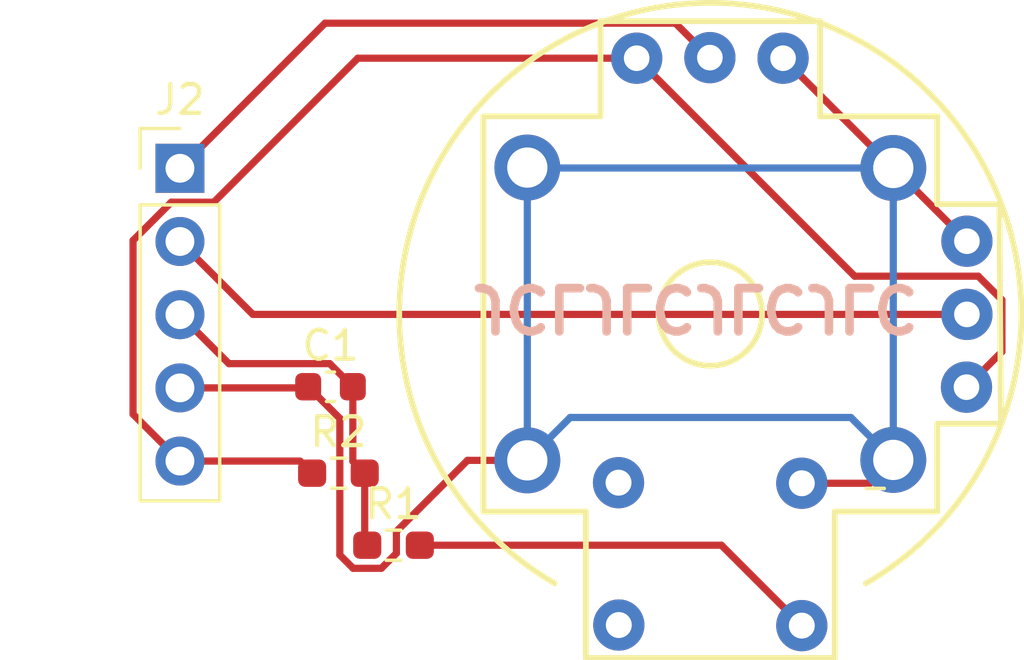
<source format=kicad_pcb>
(kicad_pcb (version 20241229) (generator "pcbnew") (generator_version "9.0")
  (layers (0 "F.Cu" signal) (2 "B.Cu" signal) (13 "F.Paste" user) (15 "B.Paste" user) (5 "F.SilkS" user "F.Silkscreen") (7 "B.SilkS" user "B.Silkscreen") (1 "F.Mask" user) (3 "B.Mask" user) (25 "Edge.Cuts" user))
  (net 0 "")
  (net 1 "Net-(J2-Pin_1)")
  (net 2 "Net-(J2-Pin_4)")
  (net 3 "Net-(U1-SEL+)")
  (net 4 "Net-(J2-Pin_5)")
  (net 5 "Net-(J2-Pin_2)")
  (net 6 "Net-(J2-Pin_3)")
  (footprint "COM-09032:XDCR_COM-09032" (layer "F.Cu") (at 136.905 113.474795 180)
    (property "Reference" "U1" (hide yes))
    (property "Value" "COM-09032" (hide yes))
    (fp_line (start 7.874 6.858005) (end 3.81 6.858005) (stroke (width 0.2)) (layer "F.SilkS"))
    (fp_line (start 7.874 -6.857995) (end 7.874 6.858005) (stroke (width 0.2)) (layer "F.SilkS"))
    (fp_line (start 4.318 -6.857995) (end 7.874 -6.857995) (stroke (width 0.2)) (layer "F.SilkS"))
    (fp_line (start 4.318 -11.937995) (end 4.318 -6.857995) (stroke (width 0.2)) (layer "F.SilkS"))
    (fp_line (start 3.81 10.160005) (end -3.81 10.160005) (stroke (width 0.2)) (layer "F.SilkS"))
    (fp_line (start 3.81 6.858005) (end 3.81 10.160005) (stroke (width 0.2)) (layer "F.SilkS"))
    (fp_line (start -3.81 10.160005) (end -3.81 6.858005) (stroke (width 0.2)) (layer "F.SilkS"))
    (fp_line (start -3.81 6.858005) (end -7.874 6.858005) (stroke (width 0.2)) (layer "F.SilkS"))
    (fp_line (start -4.318 -11.937995) (end 4.318 -11.937995) (stroke (width 0.2)) (layer "F.SilkS"))
    (fp_line (start -4.318 -11.937995) (end -4.318 -6.857995) (stroke (width 0.2)) (layer "F.SilkS"))
    (fp_line (start -6.035 -6.054795) (end -5.415 -6.054795) (stroke (width 0.127)) (layer "F.SilkS"))
    (fp_line (start -7.874 6.858005) (end -7.874 3.810005) (stroke (width 0.2)) (layer "F.SilkS"))
    (fp_line (start -7.874 3.810005) (end -9.906 3.810005) (stroke (width 0.2)) (layer "F.SilkS"))
    (fp_line (start -7.874 -3.809995) (end -7.874 -6.857995) (stroke (width 0.2)) (layer "F.SilkS"))
    (fp_line (start -7.878 -6.856029) (end -4.322 -6.856029) (stroke (width 0.2)) (layer "F.SilkS"))
    (fp_line (start -10.033 3.810005) (end -10.0838 -3.809995) (stroke (width 0.2)) (layer "F.SilkS"))
    (fp_line (start -10.0838 -3.809995) (end -7.874 -3.809995) (stroke (width 0.2)) (layer "F.SilkS"))
    (fp_arc (start 5.3975 -9.348744) (mid 0 10.795) (end -5.3975 -9.348744) (stroke (width 0.2)) (layer "F.SilkS"))
    (fp_circle (center 0 0.000005) (end 1.796034 0.000005) (stroke (width 0.2)) (fill no) (layer "F.SilkS"))
    (pad "B1A" thru_hole circle (at -3.175 -10.814795 180) (size 1.778 1.778) (drill 0.9) (layers "*.Cu" "*.Mask") (net 3 "Net-(U1-SEL+)"))
    (pad "B1B" thru_hole circle (at 3.175 -10.794995 180) (size 1.778 1.778) (drill 0.9) (layers "*.Cu" "*.Mask"))
    (pad "B2A" thru_hole circle (at -3.175 -5.874795 180) (size 1.778 1.778) (drill 0.9) (layers "*.Cu" "*.Mask") (net 2 "Net-(J2-Pin_4)"))
    (pad "B2B" thru_hole circle (at 3.185 -5.854795 180) (size 1.778 1.778) (drill 0.9) (layers "*.Cu" "*.Mask"))
    (pad "H1" thru_hole circle (at -2.525 8.875205 180) (size 1.778 1.778) (drill 0.889) (layers "*.Cu" "*.Mask") (net 2 "Net-(J2-Pin_4)"))
    (pad "H2" thru_hole circle (at 0.015 8.895205 180) (size 1.778 1.778) (drill 0.889) (layers "*.Cu" "*.Mask") (net 1 "Net-(J2-Pin_1)"))
    (pad "H3" thru_hole circle (at 2.555 8.875205 180) (size 1.778 1.778) (drill 0.889) (layers "*.Cu" "*.Mask") (net 4 "Net-(J2-Pin_5)"))
    (pad "S1" thru_hole circle (at -6.35 -5.064795 180) (size 2.286 2.286) (drill 1.397) (layers "*.Cu" "*.Mask") (net 2 "Net-(J2-Pin_4)"))
    (pad "S2" thru_hole circle (at -6.35 5.065205 180) (size 2.286 2.286) (drill 1.397) (layers "*.Cu" "*.Mask") (net 2 "Net-(J2-Pin_4)"))
    (pad "S3" thru_hole circle (at 6.35 5.080005 180) (size 2.286 2.286) (drill 1.397) (layers "*.Cu" "*.Mask") (net 2 "Net-(J2-Pin_4)"))
    (pad "S4" thru_hole circle (at 6.35 -5.079995 180) (size 2.286 2.286) (drill 1.397) (layers "*.Cu" "*.Mask") (net 2 "Net-(J2-Pin_4)"))
    (pad "V1" thru_hole circle (at -8.89 -2.539995 180) (size 1.778 1.778) (drill 0.889) (layers "*.Cu" "*.Mask") (net 4 "Net-(J2-Pin_5)"))
    (pad "V2" thru_hole circle (at -8.905 -0.014795 180) (size 1.778 1.778) (drill 0.889) (layers "*.Cu" "*.Mask") (net 5 "Net-(J2-Pin_2)"))
    (pad "V3" thru_hole circle (at -8.905 2.525205 180) (size 1.778 1.778) (drill 0.889) (layers "*.Cu" "*.Mask") (net 2 "Net-(J2-Pin_4)"))
  )
  (footprint "Resistor_SMD:R_0603_1608Metric_Pad0.98x0.95mm_HandSolder" (layer "F.Cu") (at 125.9125 121.5)
    (property "Reference" "R1" (at 0 -1.43 0) (layer "F.SilkS"))
    (property "Value" "1k")
    (fp_line (start -0.254724 -0.5225) (end 0.254724 -0.5225) (stroke (width 0.12)) (layer "F.SilkS"))
    (fp_line (start -0.254724 0.5225) (end 0.254724 0.5225) (stroke (width 0.12)) (layer "F.SilkS"))
    (pad "1" smd roundrect (at -0.9125 0) (size 0.975 0.95) (layers "F.Cu" "F.Mask" "F.Paste") (net 6 "Net-(J2-Pin_3)"))
    (pad "2" smd roundrect (at 0.9125 0) (size 0.975 0.95) (layers "F.Cu" "F.Mask" "F.Paste") (net 3 "Net-(U1-SEL+)"))
  )
  (footprint "Resistor_SMD:R_0603_1608Metric_Pad0.98x0.95mm_HandSolder" (layer "F.Cu") (at 124 119)
    (property "Reference" "R2" (at 0 -1.43 0) (layer "F.SilkS"))
    (property "Value" "10k")
    (fp_line (start -0.254724 -0.5225) (end 0.254724 -0.5225) (stroke (width 0.12)) (layer "F.SilkS"))
    (fp_line (start -0.254724 0.5225) (end 0.254724 0.5225) (stroke (width 0.12)) (layer "F.SilkS"))
    (pad "1" smd roundrect (at -0.9125 0) (size 0.975 0.95) (layers "F.Cu" "F.Mask" "F.Paste") (net 4 "Net-(J2-Pin_5)"))
    (pad "2" smd roundrect (at 0.9125 0) (size 0.975 0.95) (layers "F.Cu" "F.Mask" "F.Paste") (net 6 "Net-(J2-Pin_3)"))
  )
  (footprint "Capacitor_SMD:C_0603_1608Metric" (layer "F.Cu") (at 123.725 116)
    (property "Reference" "C1" (at 0 -1.43 0) (layer "F.SilkS"))
    (property "Value" "0.1uF")
    (fp_line (start -0.14058 -0.51) (end 0.14058 -0.51) (stroke (width 0.12)) (layer "F.SilkS"))
    (fp_line (start -0.14058 0.51) (end 0.14058 0.51) (stroke (width 0.12)) (layer "F.SilkS"))
    (pad "1" smd roundrect (at -0.775 0) (size 0.9 0.95) (layers "F.Cu" "F.Mask" "F.Paste") (net 2 "Net-(J2-Pin_4)"))
    (pad "2" smd roundrect (at 0.775 0) (size 0.9 0.95) (layers "F.Cu" "F.Mask" "F.Paste") (net 6 "Net-(J2-Pin_3)"))
  )
  (footprint "Connector_PinHeader_2.54mm:PinHeader_1x05_P2.54mm_Vertical" (layer "F.Cu") (at 118.5 108.42)
    (property "Reference" "J2" (at 0 -2.38 0) (layer "F.SilkS"))
    (property "Value" "Conn_01x05_Pin")
    (fp_line (start -1.38 -1.38) (end 0 -1.38) (stroke (width 0.12)) (layer "F.SilkS"))
    (fp_line (start -1.38 0) (end -1.38 -1.38) (stroke (width 0.12)) (layer "F.SilkS"))
    (fp_line (start -1.38 1.27) (end -1.38 11.54) (stroke (width 0.12)) (layer "F.SilkS"))
    (fp_line (start -1.38 1.27) (end 1.38 1.27) (stroke (width 0.12)) (layer "F.SilkS"))
    (fp_line (start -1.38 11.54) (end 1.38 11.54) (stroke (width 0.12)) (layer "F.SilkS"))
    (fp_line (start 1.38 1.27) (end 1.38 11.54) (stroke (width 0.12)) (layer "F.SilkS"))
    (pad "1" thru_hole rect (at 0 0) (size 1.7 1.7) (drill 1) (layers "*.Cu" "*.Mask") (net 1 "Net-(J2-Pin_1)"))
    (pad "2" thru_hole circle (at 0 2.54) (size 1.7 1.7) (drill 1) (layers "*.Cu" "*.Mask") (net 5 "Net-(J2-Pin_2)"))
    (pad "3" thru_hole circle (at 0 5.08) (size 1.7 1.7) (drill 1) (layers "*.Cu" "*.Mask") (net 6 "Net-(J2-Pin_3)"))
    (pad "4" thru_hole circle (at 0 7.62) (size 1.7 1.7) (drill 1) (layers "*.Cu" "*.Mask") (net 2 "Net-(J2-Pin_4)"))
    (pad "5" thru_hole circle (at 0 10.16) (size 1.7 1.7) (drill 1) (layers "*.Cu" "*.Mask") (net 4 "Net-(J2-Pin_5)"))
  )
  (gr_text "JCLJLCJLCJLC" (at 136.378966 113.256938 180) (layer "B.SilkS") (effects (font (size 1.5 1.5) (thickness 0.3)) (justify mirror)))
  (segment (start 135.695 103.38459) (end 136.89 104.57959) (width 0.25) (layer "F.Cu") (net 1))
  (segment (start 118.5 108.42) (end 123.53541 103.38459) (width 0.25) (layer "F.Cu") (net 1))
  (segment (start 123.53541 103.38459) (end 135.695 103.38459) (width 0.25) (layer "F.Cu") (net 1))
  (segment (start 122.91 116.04) (end 122.95 116) (width 0.25) (layer "F.Cu") (net 2))
  (segment (start 139.43 104.59959) (end 143.24 108.40959) (width 0.25) (layer "F.Cu") (net 2))
  (segment (start 139.46 104.59959) (end 139.43 104.59959) (width 0.25) (layer "F.Cu") (net 2))
  (segment (start 145.81 110.94959) (end 143.27 108.40959) (width 0.25) (layer "F.Cu") (net 2))
  (segment (start 143.27 108.40959) (end 143.255 108.40959) (width 0.25) (layer "F.Cu") (net 2))
  (segment (start 125.48999 122.301) (end 126.0115 121.77949) (width 0.25) (layer "F.Cu") (net 2))
  (segment (start 142.445 119.34959) (end 143.255 118.53959) (width 0.25) (layer "F.Cu") (net 2))
  (segment (start 124.049 121.83999) (end 124.51001 122.301) (width 0.25) (layer "F.Cu") (net 2))
  (segment (start 126.0115 121.02251) (end 128.47922 118.55479) (width 0.25) (layer "F.Cu") (net 2))
  (segment (start 143.24 108.40959) (end 143.255 108.40959) (width 0.25) (layer "F.Cu") (net 2))
  (segment (start 122.95 116) (end 124.049 117.099) (width 0.25) (layer "F.Cu") (net 2))
  (segment (start 118.5 116.04) (end 122.91 116.04) (width 0.25) (layer "F.Cu") (net 2))
  (segment (start 128.47922 118.55479) (end 130.555 118.55479) (width 0.25) (layer "F.Cu") (net 2))
  (segment (start 124.049 117.099) (end 124.049 121.83999) (width 0.25) (layer "F.Cu") (net 2))
  (segment (start 124.51001 122.301) (end 125.48999 122.301) (width 0.25) (layer "F.Cu") (net 2))
  (segment (start 126.0115 121.77949) (end 126.0115 121.02251) (width 0.25) (layer "F.Cu") (net 2))
  (segment (start 140.08 119.34959) (end 142.445 119.34959) (width 0.25) (layer "F.Cu") (net 2))
  (segment (start 130.5698 108.40959) (end 130.555 108.39479) (width 0.25) (layer "B.Cu") (net 2))
  (segment (start 132.042852 117.066938) (end 130.555 118.55479) (width 0.25) (layer "B.Cu") (net 2))
  (segment (start 130.555 118.55479) (end 130.555 108.39479) (width 0.25) (layer "B.Cu") (net 2))
  (segment (start 143.255 108.40959) (end 130.5698 108.40959) (width 0.25) (layer "B.Cu") (net 2))
  (segment (start 143.255 118.53959) (end 141.782348 117.066938) (width 0.25) (layer "B.Cu") (net 2))
  (segment (start 141.782348 117.066938) (end 132.042852 117.066938) (width 0.25) (layer "B.Cu") (net 2))
  (segment (start 143.255 118.53959) (end 143.255 108.40959) (width 0.25) (layer "B.Cu") (net 2))
  (segment (start 137.29041 121.5) (end 140.08 124.28959) (width 0.25) (layer "F.Cu") (net 3))
  (segment (start 126.825 121.5) (end 137.29041 121.5) (width 0.25) (layer "F.Cu") (net 3))
  (segment (start 134.35 104.59959) (end 141.915 112.16459) (width 0.25) (layer "F.Cu") (net 4))
  (segment (start 118.200884 109.596) (end 116.873 110.923884) (width 0.25) (layer "F.Cu") (net 4))
  (segment (start 147.025 112.98632) (end 147.025 114.78479) (width 0.25) (layer "F.Cu") (net 4))
  (segment (start 119.676 109.596) (end 118.200884 109.596) (width 0.25) (layer "F.Cu") (net 4))
  (segment (start 134.35 104.59959) (end 124.67241 104.59959) (width 0.25) (layer "F.Cu") (net 4))
  (segment (start 116.873 116.953) (end 118.5 118.58) (width 0.25) (layer "F.Cu") (net 4))
  (segment (start 147.025 114.78479) (end 145.795 116.01479) (width 0.25) (layer "F.Cu") (net 4))
  (segment (start 116.873 110.923884) (end 116.873 116.953) (width 0.25) (layer "F.Cu") (net 4))
  (segment (start 122.6675 118.58) (end 123.0875 119) (width 0.25) (layer "F.Cu") (net 4))
  (segment (start 118.5 118.58) (end 122.6675 118.58) (width 0.25) (layer "F.Cu") (net 4))
  (segment (start 146.20327 112.16459) (end 147.025 112.98632) (width 0.25) (layer "F.Cu") (net 4))
  (segment (start 141.915 112.16459) (end 146.20327 112.16459) (width 0.25) (layer "F.Cu") (net 4))
  (segment (start 124.67241 104.59959) (end 119.676 109.596) (width 0.25) (layer "F.Cu") (net 4))
  (segment (start 145.79959 113.5) (end 145.81 113.48959) (width 0.25) (layer "F.Cu") (net 5))
  (segment (start 121.02959 113.48959) (end 145.81 113.48959) (width 0.25) (layer "F.Cu") (net 5))
  (segment (start 118.5 110.96) (end 121.02959 113.48959) (width 0.25) (layer "F.Cu") (net 5))
  (segment (start 120.199 115.199) (end 123.699 115.199) (width 0.25) (layer "F.Cu") (net 6))
  (segment (start 123.699 115.199) (end 124.5 116) (width 0.25) (layer "F.Cu") (net 6))
  (segment (start 124.9125 121.4125) (end 125 121.5) (width 0.25) (layer "F.Cu") (net 6))
  (segment (start 124.5 118.5875) (end 124.9125 119) (width 0.25) (layer "F.Cu") (net 6))
  (segment (start 124.5 116) (end 124.5 118.5875) (width 0.25) (layer "F.Cu") (net 6))
  (segment (start 124.9125 119) (end 124.9125 121.4125) (width 0.25) (layer "F.Cu") (net 6))
  (segment (start 118.5 113.5) (end 120.199 115.199) (width 0.25) (layer "F.Cu") (net 6))
)
</source>
